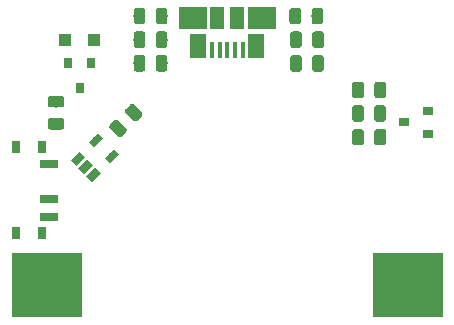
<source format=gtp>
G04 #@! TF.GenerationSoftware,KiCad,Pcbnew,5.0.2-bee76a0~70~ubuntu18.04.1*
G04 #@! TF.CreationDate,2019-03-01T14:14:17+01:00*
G04 #@! TF.ProjectId,SINE_STIMULUS_charger,53494e45-5f53-4544-994d-554c55535f63,rev?*
G04 #@! TF.SameCoordinates,Original*
G04 #@! TF.FileFunction,Paste,Top*
G04 #@! TF.FilePolarity,Positive*
%FSLAX46Y46*%
G04 Gerber Fmt 4.6, Leading zero omitted, Abs format (unit mm)*
G04 Created by KiCad (PCBNEW 5.0.2-bee76a0~70~ubuntu18.04.1) date ven. 01 mars 2019 14:14:17 CET*
%MOMM*%
%LPD*%
G01*
G04 APERTURE LIST*
%ADD10R,0.800100X0.899160*%
%ADD11R,6.000000X5.500000*%
%ADD12C,0.100000*%
%ADD13C,0.975000*%
%ADD14R,1.000000X1.000000*%
%ADD15R,0.450000X1.380000*%
%ADD16R,1.475000X2.100000*%
%ADD17R,2.375000X1.900000*%
%ADD18R,1.175000X1.900000*%
%ADD19C,0.650000*%
%ADD20R,0.900000X0.800000*%
%ADD21R,1.500000X0.700000*%
%ADD22R,0.800000X1.000000*%
G04 APERTURE END LIST*
D10*
G04 #@! TO.C,Q1*
X91550040Y-65249240D03*
X93449960Y-65249240D03*
X92500000Y-67349820D03*
G04 #@! TD*
D11*
G04 #@! TO.C,BT1*
X120300000Y-84000000D03*
X89700000Y-84000000D03*
G04 #@! TD*
D12*
G04 #@! TO.C,C1*
G36*
X97830142Y-64551174D02*
X97853803Y-64554684D01*
X97877007Y-64560496D01*
X97899529Y-64568554D01*
X97921153Y-64578782D01*
X97941670Y-64591079D01*
X97960883Y-64605329D01*
X97978607Y-64621393D01*
X97994671Y-64639117D01*
X98008921Y-64658330D01*
X98021218Y-64678847D01*
X98031446Y-64700471D01*
X98039504Y-64722993D01*
X98045316Y-64746197D01*
X98048826Y-64769858D01*
X98050000Y-64793750D01*
X98050000Y-65706250D01*
X98048826Y-65730142D01*
X98045316Y-65753803D01*
X98039504Y-65777007D01*
X98031446Y-65799529D01*
X98021218Y-65821153D01*
X98008921Y-65841670D01*
X97994671Y-65860883D01*
X97978607Y-65878607D01*
X97960883Y-65894671D01*
X97941670Y-65908921D01*
X97921153Y-65921218D01*
X97899529Y-65931446D01*
X97877007Y-65939504D01*
X97853803Y-65945316D01*
X97830142Y-65948826D01*
X97806250Y-65950000D01*
X97318750Y-65950000D01*
X97294858Y-65948826D01*
X97271197Y-65945316D01*
X97247993Y-65939504D01*
X97225471Y-65931446D01*
X97203847Y-65921218D01*
X97183330Y-65908921D01*
X97164117Y-65894671D01*
X97146393Y-65878607D01*
X97130329Y-65860883D01*
X97116079Y-65841670D01*
X97103782Y-65821153D01*
X97093554Y-65799529D01*
X97085496Y-65777007D01*
X97079684Y-65753803D01*
X97076174Y-65730142D01*
X97075000Y-65706250D01*
X97075000Y-64793750D01*
X97076174Y-64769858D01*
X97079684Y-64746197D01*
X97085496Y-64722993D01*
X97093554Y-64700471D01*
X97103782Y-64678847D01*
X97116079Y-64658330D01*
X97130329Y-64639117D01*
X97146393Y-64621393D01*
X97164117Y-64605329D01*
X97183330Y-64591079D01*
X97203847Y-64578782D01*
X97225471Y-64568554D01*
X97247993Y-64560496D01*
X97271197Y-64554684D01*
X97294858Y-64551174D01*
X97318750Y-64550000D01*
X97806250Y-64550000D01*
X97830142Y-64551174D01*
X97830142Y-64551174D01*
G37*
D13*
X97562500Y-65250000D03*
D12*
G36*
X99705142Y-64551174D02*
X99728803Y-64554684D01*
X99752007Y-64560496D01*
X99774529Y-64568554D01*
X99796153Y-64578782D01*
X99816670Y-64591079D01*
X99835883Y-64605329D01*
X99853607Y-64621393D01*
X99869671Y-64639117D01*
X99883921Y-64658330D01*
X99896218Y-64678847D01*
X99906446Y-64700471D01*
X99914504Y-64722993D01*
X99920316Y-64746197D01*
X99923826Y-64769858D01*
X99925000Y-64793750D01*
X99925000Y-65706250D01*
X99923826Y-65730142D01*
X99920316Y-65753803D01*
X99914504Y-65777007D01*
X99906446Y-65799529D01*
X99896218Y-65821153D01*
X99883921Y-65841670D01*
X99869671Y-65860883D01*
X99853607Y-65878607D01*
X99835883Y-65894671D01*
X99816670Y-65908921D01*
X99796153Y-65921218D01*
X99774529Y-65931446D01*
X99752007Y-65939504D01*
X99728803Y-65945316D01*
X99705142Y-65948826D01*
X99681250Y-65950000D01*
X99193750Y-65950000D01*
X99169858Y-65948826D01*
X99146197Y-65945316D01*
X99122993Y-65939504D01*
X99100471Y-65931446D01*
X99078847Y-65921218D01*
X99058330Y-65908921D01*
X99039117Y-65894671D01*
X99021393Y-65878607D01*
X99005329Y-65860883D01*
X98991079Y-65841670D01*
X98978782Y-65821153D01*
X98968554Y-65799529D01*
X98960496Y-65777007D01*
X98954684Y-65753803D01*
X98951174Y-65730142D01*
X98950000Y-65706250D01*
X98950000Y-64793750D01*
X98951174Y-64769858D01*
X98954684Y-64746197D01*
X98960496Y-64722993D01*
X98968554Y-64700471D01*
X98978782Y-64678847D01*
X98991079Y-64658330D01*
X99005329Y-64639117D01*
X99021393Y-64621393D01*
X99039117Y-64605329D01*
X99058330Y-64591079D01*
X99078847Y-64578782D01*
X99100471Y-64568554D01*
X99122993Y-64560496D01*
X99146197Y-64554684D01*
X99169858Y-64551174D01*
X99193750Y-64550000D01*
X99681250Y-64550000D01*
X99705142Y-64551174D01*
X99705142Y-64551174D01*
G37*
D13*
X99437500Y-65250000D03*
G04 #@! TD*
D12*
G04 #@! TO.C,C2*
G36*
X90980142Y-69888675D02*
X91003803Y-69892185D01*
X91027007Y-69897997D01*
X91049529Y-69906055D01*
X91071153Y-69916283D01*
X91091670Y-69928580D01*
X91110883Y-69942830D01*
X91128607Y-69958894D01*
X91144671Y-69976618D01*
X91158921Y-69995831D01*
X91171218Y-70016348D01*
X91181446Y-70037972D01*
X91189504Y-70060494D01*
X91195316Y-70083698D01*
X91198826Y-70107359D01*
X91200000Y-70131251D01*
X91200000Y-70618751D01*
X91198826Y-70642643D01*
X91195316Y-70666304D01*
X91189504Y-70689508D01*
X91181446Y-70712030D01*
X91171218Y-70733654D01*
X91158921Y-70754171D01*
X91144671Y-70773384D01*
X91128607Y-70791108D01*
X91110883Y-70807172D01*
X91091670Y-70821422D01*
X91071153Y-70833719D01*
X91049529Y-70843947D01*
X91027007Y-70852005D01*
X91003803Y-70857817D01*
X90980142Y-70861327D01*
X90956250Y-70862501D01*
X90043750Y-70862501D01*
X90019858Y-70861327D01*
X89996197Y-70857817D01*
X89972993Y-70852005D01*
X89950471Y-70843947D01*
X89928847Y-70833719D01*
X89908330Y-70821422D01*
X89889117Y-70807172D01*
X89871393Y-70791108D01*
X89855329Y-70773384D01*
X89841079Y-70754171D01*
X89828782Y-70733654D01*
X89818554Y-70712030D01*
X89810496Y-70689508D01*
X89804684Y-70666304D01*
X89801174Y-70642643D01*
X89800000Y-70618751D01*
X89800000Y-70131251D01*
X89801174Y-70107359D01*
X89804684Y-70083698D01*
X89810496Y-70060494D01*
X89818554Y-70037972D01*
X89828782Y-70016348D01*
X89841079Y-69995831D01*
X89855329Y-69976618D01*
X89871393Y-69958894D01*
X89889117Y-69942830D01*
X89908330Y-69928580D01*
X89928847Y-69916283D01*
X89950471Y-69906055D01*
X89972993Y-69897997D01*
X89996197Y-69892185D01*
X90019858Y-69888675D01*
X90043750Y-69887501D01*
X90956250Y-69887501D01*
X90980142Y-69888675D01*
X90980142Y-69888675D01*
G37*
D13*
X90500000Y-70375001D03*
D12*
G36*
X90980142Y-68013675D02*
X91003803Y-68017185D01*
X91027007Y-68022997D01*
X91049529Y-68031055D01*
X91071153Y-68041283D01*
X91091670Y-68053580D01*
X91110883Y-68067830D01*
X91128607Y-68083894D01*
X91144671Y-68101618D01*
X91158921Y-68120831D01*
X91171218Y-68141348D01*
X91181446Y-68162972D01*
X91189504Y-68185494D01*
X91195316Y-68208698D01*
X91198826Y-68232359D01*
X91200000Y-68256251D01*
X91200000Y-68743751D01*
X91198826Y-68767643D01*
X91195316Y-68791304D01*
X91189504Y-68814508D01*
X91181446Y-68837030D01*
X91171218Y-68858654D01*
X91158921Y-68879171D01*
X91144671Y-68898384D01*
X91128607Y-68916108D01*
X91110883Y-68932172D01*
X91091670Y-68946422D01*
X91071153Y-68958719D01*
X91049529Y-68968947D01*
X91027007Y-68977005D01*
X91003803Y-68982817D01*
X90980142Y-68986327D01*
X90956250Y-68987501D01*
X90043750Y-68987501D01*
X90019858Y-68986327D01*
X89996197Y-68982817D01*
X89972993Y-68977005D01*
X89950471Y-68968947D01*
X89928847Y-68958719D01*
X89908330Y-68946422D01*
X89889117Y-68932172D01*
X89871393Y-68916108D01*
X89855329Y-68898384D01*
X89841079Y-68879171D01*
X89828782Y-68858654D01*
X89818554Y-68837030D01*
X89810496Y-68814508D01*
X89804684Y-68791304D01*
X89801174Y-68767643D01*
X89800000Y-68743751D01*
X89800000Y-68256251D01*
X89801174Y-68232359D01*
X89804684Y-68208698D01*
X89810496Y-68185494D01*
X89818554Y-68162972D01*
X89828782Y-68141348D01*
X89841079Y-68120831D01*
X89855329Y-68101618D01*
X89871393Y-68083894D01*
X89889117Y-68067830D01*
X89908330Y-68053580D01*
X89928847Y-68041283D01*
X89950471Y-68031055D01*
X89972993Y-68022997D01*
X89996197Y-68017185D01*
X90019858Y-68013675D01*
X90043750Y-68012501D01*
X90956250Y-68012501D01*
X90980142Y-68013675D01*
X90980142Y-68013675D01*
G37*
D13*
X90500000Y-68500001D03*
G04 #@! TD*
D12*
G04 #@! TO.C,C3*
G36*
X118205142Y-70801174D02*
X118228803Y-70804684D01*
X118252007Y-70810496D01*
X118274529Y-70818554D01*
X118296153Y-70828782D01*
X118316670Y-70841079D01*
X118335883Y-70855329D01*
X118353607Y-70871393D01*
X118369671Y-70889117D01*
X118383921Y-70908330D01*
X118396218Y-70928847D01*
X118406446Y-70950471D01*
X118414504Y-70972993D01*
X118420316Y-70996197D01*
X118423826Y-71019858D01*
X118425000Y-71043750D01*
X118425000Y-71956250D01*
X118423826Y-71980142D01*
X118420316Y-72003803D01*
X118414504Y-72027007D01*
X118406446Y-72049529D01*
X118396218Y-72071153D01*
X118383921Y-72091670D01*
X118369671Y-72110883D01*
X118353607Y-72128607D01*
X118335883Y-72144671D01*
X118316670Y-72158921D01*
X118296153Y-72171218D01*
X118274529Y-72181446D01*
X118252007Y-72189504D01*
X118228803Y-72195316D01*
X118205142Y-72198826D01*
X118181250Y-72200000D01*
X117693750Y-72200000D01*
X117669858Y-72198826D01*
X117646197Y-72195316D01*
X117622993Y-72189504D01*
X117600471Y-72181446D01*
X117578847Y-72171218D01*
X117558330Y-72158921D01*
X117539117Y-72144671D01*
X117521393Y-72128607D01*
X117505329Y-72110883D01*
X117491079Y-72091670D01*
X117478782Y-72071153D01*
X117468554Y-72049529D01*
X117460496Y-72027007D01*
X117454684Y-72003803D01*
X117451174Y-71980142D01*
X117450000Y-71956250D01*
X117450000Y-71043750D01*
X117451174Y-71019858D01*
X117454684Y-70996197D01*
X117460496Y-70972993D01*
X117468554Y-70950471D01*
X117478782Y-70928847D01*
X117491079Y-70908330D01*
X117505329Y-70889117D01*
X117521393Y-70871393D01*
X117539117Y-70855329D01*
X117558330Y-70841079D01*
X117578847Y-70828782D01*
X117600471Y-70818554D01*
X117622993Y-70810496D01*
X117646197Y-70804684D01*
X117669858Y-70801174D01*
X117693750Y-70800000D01*
X118181250Y-70800000D01*
X118205142Y-70801174D01*
X118205142Y-70801174D01*
G37*
D13*
X117937500Y-71500000D03*
D12*
G36*
X116330142Y-70801174D02*
X116353803Y-70804684D01*
X116377007Y-70810496D01*
X116399529Y-70818554D01*
X116421153Y-70828782D01*
X116441670Y-70841079D01*
X116460883Y-70855329D01*
X116478607Y-70871393D01*
X116494671Y-70889117D01*
X116508921Y-70908330D01*
X116521218Y-70928847D01*
X116531446Y-70950471D01*
X116539504Y-70972993D01*
X116545316Y-70996197D01*
X116548826Y-71019858D01*
X116550000Y-71043750D01*
X116550000Y-71956250D01*
X116548826Y-71980142D01*
X116545316Y-72003803D01*
X116539504Y-72027007D01*
X116531446Y-72049529D01*
X116521218Y-72071153D01*
X116508921Y-72091670D01*
X116494671Y-72110883D01*
X116478607Y-72128607D01*
X116460883Y-72144671D01*
X116441670Y-72158921D01*
X116421153Y-72171218D01*
X116399529Y-72181446D01*
X116377007Y-72189504D01*
X116353803Y-72195316D01*
X116330142Y-72198826D01*
X116306250Y-72200000D01*
X115818750Y-72200000D01*
X115794858Y-72198826D01*
X115771197Y-72195316D01*
X115747993Y-72189504D01*
X115725471Y-72181446D01*
X115703847Y-72171218D01*
X115683330Y-72158921D01*
X115664117Y-72144671D01*
X115646393Y-72128607D01*
X115630329Y-72110883D01*
X115616079Y-72091670D01*
X115603782Y-72071153D01*
X115593554Y-72049529D01*
X115585496Y-72027007D01*
X115579684Y-72003803D01*
X115576174Y-71980142D01*
X115575000Y-71956250D01*
X115575000Y-71043750D01*
X115576174Y-71019858D01*
X115579684Y-70996197D01*
X115585496Y-70972993D01*
X115593554Y-70950471D01*
X115603782Y-70928847D01*
X115616079Y-70908330D01*
X115630329Y-70889117D01*
X115646393Y-70871393D01*
X115664117Y-70855329D01*
X115683330Y-70841079D01*
X115703847Y-70828782D01*
X115725471Y-70818554D01*
X115747993Y-70810496D01*
X115771197Y-70804684D01*
X115794858Y-70801174D01*
X115818750Y-70800000D01*
X116306250Y-70800000D01*
X116330142Y-70801174D01*
X116330142Y-70801174D01*
G37*
D13*
X116062500Y-71500000D03*
G04 #@! TD*
D12*
G04 #@! TO.C,C4*
G36*
X116330142Y-66801174D02*
X116353803Y-66804684D01*
X116377007Y-66810496D01*
X116399529Y-66818554D01*
X116421153Y-66828782D01*
X116441670Y-66841079D01*
X116460883Y-66855329D01*
X116478607Y-66871393D01*
X116494671Y-66889117D01*
X116508921Y-66908330D01*
X116521218Y-66928847D01*
X116531446Y-66950471D01*
X116539504Y-66972993D01*
X116545316Y-66996197D01*
X116548826Y-67019858D01*
X116550000Y-67043750D01*
X116550000Y-67956250D01*
X116548826Y-67980142D01*
X116545316Y-68003803D01*
X116539504Y-68027007D01*
X116531446Y-68049529D01*
X116521218Y-68071153D01*
X116508921Y-68091670D01*
X116494671Y-68110883D01*
X116478607Y-68128607D01*
X116460883Y-68144671D01*
X116441670Y-68158921D01*
X116421153Y-68171218D01*
X116399529Y-68181446D01*
X116377007Y-68189504D01*
X116353803Y-68195316D01*
X116330142Y-68198826D01*
X116306250Y-68200000D01*
X115818750Y-68200000D01*
X115794858Y-68198826D01*
X115771197Y-68195316D01*
X115747993Y-68189504D01*
X115725471Y-68181446D01*
X115703847Y-68171218D01*
X115683330Y-68158921D01*
X115664117Y-68144671D01*
X115646393Y-68128607D01*
X115630329Y-68110883D01*
X115616079Y-68091670D01*
X115603782Y-68071153D01*
X115593554Y-68049529D01*
X115585496Y-68027007D01*
X115579684Y-68003803D01*
X115576174Y-67980142D01*
X115575000Y-67956250D01*
X115575000Y-67043750D01*
X115576174Y-67019858D01*
X115579684Y-66996197D01*
X115585496Y-66972993D01*
X115593554Y-66950471D01*
X115603782Y-66928847D01*
X115616079Y-66908330D01*
X115630329Y-66889117D01*
X115646393Y-66871393D01*
X115664117Y-66855329D01*
X115683330Y-66841079D01*
X115703847Y-66828782D01*
X115725471Y-66818554D01*
X115747993Y-66810496D01*
X115771197Y-66804684D01*
X115794858Y-66801174D01*
X115818750Y-66800000D01*
X116306250Y-66800000D01*
X116330142Y-66801174D01*
X116330142Y-66801174D01*
G37*
D13*
X116062500Y-67500000D03*
D12*
G36*
X118205142Y-66801174D02*
X118228803Y-66804684D01*
X118252007Y-66810496D01*
X118274529Y-66818554D01*
X118296153Y-66828782D01*
X118316670Y-66841079D01*
X118335883Y-66855329D01*
X118353607Y-66871393D01*
X118369671Y-66889117D01*
X118383921Y-66908330D01*
X118396218Y-66928847D01*
X118406446Y-66950471D01*
X118414504Y-66972993D01*
X118420316Y-66996197D01*
X118423826Y-67019858D01*
X118425000Y-67043750D01*
X118425000Y-67956250D01*
X118423826Y-67980142D01*
X118420316Y-68003803D01*
X118414504Y-68027007D01*
X118406446Y-68049529D01*
X118396218Y-68071153D01*
X118383921Y-68091670D01*
X118369671Y-68110883D01*
X118353607Y-68128607D01*
X118335883Y-68144671D01*
X118316670Y-68158921D01*
X118296153Y-68171218D01*
X118274529Y-68181446D01*
X118252007Y-68189504D01*
X118228803Y-68195316D01*
X118205142Y-68198826D01*
X118181250Y-68200000D01*
X117693750Y-68200000D01*
X117669858Y-68198826D01*
X117646197Y-68195316D01*
X117622993Y-68189504D01*
X117600471Y-68181446D01*
X117578847Y-68171218D01*
X117558330Y-68158921D01*
X117539117Y-68144671D01*
X117521393Y-68128607D01*
X117505329Y-68110883D01*
X117491079Y-68091670D01*
X117478782Y-68071153D01*
X117468554Y-68049529D01*
X117460496Y-68027007D01*
X117454684Y-68003803D01*
X117451174Y-67980142D01*
X117450000Y-67956250D01*
X117450000Y-67043750D01*
X117451174Y-67019858D01*
X117454684Y-66996197D01*
X117460496Y-66972993D01*
X117468554Y-66950471D01*
X117478782Y-66928847D01*
X117491079Y-66908330D01*
X117505329Y-66889117D01*
X117521393Y-66871393D01*
X117539117Y-66855329D01*
X117558330Y-66841079D01*
X117578847Y-66828782D01*
X117600471Y-66818554D01*
X117622993Y-66810496D01*
X117646197Y-66804684D01*
X117669858Y-66801174D01*
X117693750Y-66800000D01*
X118181250Y-66800000D01*
X118205142Y-66801174D01*
X118205142Y-66801174D01*
G37*
D13*
X117937500Y-67500000D03*
G04 #@! TD*
D14*
G04 #@! TO.C,D1*
X91250000Y-63250000D03*
X93750000Y-63250000D03*
G04 #@! TD*
D15*
G04 #@! TO.C,J1*
X106300000Y-64110000D03*
X105650000Y-64110000D03*
X105000000Y-64110000D03*
X104350000Y-64110000D03*
X103700000Y-64110000D03*
D16*
X107462500Y-63750000D03*
X102537500Y-63750000D03*
D17*
X107910000Y-61450000D03*
X102090000Y-61450000D03*
D18*
X105840000Y-61450000D03*
X104160000Y-61450000D03*
G04 #@! TD*
D12*
G04 #@! TO.C,R1*
G36*
X95623632Y-70012449D02*
X95647293Y-70015959D01*
X95670497Y-70021771D01*
X95693019Y-70029829D01*
X95714643Y-70040057D01*
X95735160Y-70052354D01*
X95754373Y-70066604D01*
X95772097Y-70082668D01*
X96417332Y-70727903D01*
X96433396Y-70745627D01*
X96447646Y-70764840D01*
X96459943Y-70785357D01*
X96470171Y-70806981D01*
X96478229Y-70829503D01*
X96484041Y-70852707D01*
X96487551Y-70876368D01*
X96488725Y-70900260D01*
X96487551Y-70924152D01*
X96484041Y-70947813D01*
X96478229Y-70971017D01*
X96470171Y-70993539D01*
X96459943Y-71015163D01*
X96447646Y-71035680D01*
X96433396Y-71054893D01*
X96417332Y-71072617D01*
X96072617Y-71417332D01*
X96054893Y-71433396D01*
X96035680Y-71447646D01*
X96015163Y-71459943D01*
X95993539Y-71470171D01*
X95971017Y-71478229D01*
X95947813Y-71484041D01*
X95924152Y-71487551D01*
X95900260Y-71488725D01*
X95876368Y-71487551D01*
X95852707Y-71484041D01*
X95829503Y-71478229D01*
X95806981Y-71470171D01*
X95785357Y-71459943D01*
X95764840Y-71447646D01*
X95745627Y-71433396D01*
X95727903Y-71417332D01*
X95082668Y-70772097D01*
X95066604Y-70754373D01*
X95052354Y-70735160D01*
X95040057Y-70714643D01*
X95029829Y-70693019D01*
X95021771Y-70670497D01*
X95015959Y-70647293D01*
X95012449Y-70623632D01*
X95011275Y-70599740D01*
X95012449Y-70575848D01*
X95015959Y-70552187D01*
X95021771Y-70528983D01*
X95029829Y-70506461D01*
X95040057Y-70484837D01*
X95052354Y-70464320D01*
X95066604Y-70445107D01*
X95082668Y-70427383D01*
X95427383Y-70082668D01*
X95445107Y-70066604D01*
X95464320Y-70052354D01*
X95484837Y-70040057D01*
X95506461Y-70029829D01*
X95528983Y-70021771D01*
X95552187Y-70015959D01*
X95575848Y-70012449D01*
X95599740Y-70011275D01*
X95623632Y-70012449D01*
X95623632Y-70012449D01*
G37*
D13*
X95750000Y-70750000D03*
D12*
G36*
X96949458Y-68686623D02*
X96973119Y-68690133D01*
X96996323Y-68695945D01*
X97018845Y-68704003D01*
X97040469Y-68714231D01*
X97060986Y-68726528D01*
X97080199Y-68740778D01*
X97097923Y-68756842D01*
X97743158Y-69402077D01*
X97759222Y-69419801D01*
X97773472Y-69439014D01*
X97785769Y-69459531D01*
X97795997Y-69481155D01*
X97804055Y-69503677D01*
X97809867Y-69526881D01*
X97813377Y-69550542D01*
X97814551Y-69574434D01*
X97813377Y-69598326D01*
X97809867Y-69621987D01*
X97804055Y-69645191D01*
X97795997Y-69667713D01*
X97785769Y-69689337D01*
X97773472Y-69709854D01*
X97759222Y-69729067D01*
X97743158Y-69746791D01*
X97398443Y-70091506D01*
X97380719Y-70107570D01*
X97361506Y-70121820D01*
X97340989Y-70134117D01*
X97319365Y-70144345D01*
X97296843Y-70152403D01*
X97273639Y-70158215D01*
X97249978Y-70161725D01*
X97226086Y-70162899D01*
X97202194Y-70161725D01*
X97178533Y-70158215D01*
X97155329Y-70152403D01*
X97132807Y-70144345D01*
X97111183Y-70134117D01*
X97090666Y-70121820D01*
X97071453Y-70107570D01*
X97053729Y-70091506D01*
X96408494Y-69446271D01*
X96392430Y-69428547D01*
X96378180Y-69409334D01*
X96365883Y-69388817D01*
X96355655Y-69367193D01*
X96347597Y-69344671D01*
X96341785Y-69321467D01*
X96338275Y-69297806D01*
X96337101Y-69273914D01*
X96338275Y-69250022D01*
X96341785Y-69226361D01*
X96347597Y-69203157D01*
X96355655Y-69180635D01*
X96365883Y-69159011D01*
X96378180Y-69138494D01*
X96392430Y-69119281D01*
X96408494Y-69101557D01*
X96753209Y-68756842D01*
X96770933Y-68740778D01*
X96790146Y-68726528D01*
X96810663Y-68714231D01*
X96832287Y-68704003D01*
X96854809Y-68695945D01*
X96878013Y-68690133D01*
X96901674Y-68686623D01*
X96925566Y-68685449D01*
X96949458Y-68686623D01*
X96949458Y-68686623D01*
G37*
D13*
X97075826Y-69424174D03*
G04 #@! TD*
D12*
G04 #@! TO.C,R2*
G36*
X111080142Y-64551174D02*
X111103803Y-64554684D01*
X111127007Y-64560496D01*
X111149529Y-64568554D01*
X111171153Y-64578782D01*
X111191670Y-64591079D01*
X111210883Y-64605329D01*
X111228607Y-64621393D01*
X111244671Y-64639117D01*
X111258921Y-64658330D01*
X111271218Y-64678847D01*
X111281446Y-64700471D01*
X111289504Y-64722993D01*
X111295316Y-64746197D01*
X111298826Y-64769858D01*
X111300000Y-64793750D01*
X111300000Y-65706250D01*
X111298826Y-65730142D01*
X111295316Y-65753803D01*
X111289504Y-65777007D01*
X111281446Y-65799529D01*
X111271218Y-65821153D01*
X111258921Y-65841670D01*
X111244671Y-65860883D01*
X111228607Y-65878607D01*
X111210883Y-65894671D01*
X111191670Y-65908921D01*
X111171153Y-65921218D01*
X111149529Y-65931446D01*
X111127007Y-65939504D01*
X111103803Y-65945316D01*
X111080142Y-65948826D01*
X111056250Y-65950000D01*
X110568750Y-65950000D01*
X110544858Y-65948826D01*
X110521197Y-65945316D01*
X110497993Y-65939504D01*
X110475471Y-65931446D01*
X110453847Y-65921218D01*
X110433330Y-65908921D01*
X110414117Y-65894671D01*
X110396393Y-65878607D01*
X110380329Y-65860883D01*
X110366079Y-65841670D01*
X110353782Y-65821153D01*
X110343554Y-65799529D01*
X110335496Y-65777007D01*
X110329684Y-65753803D01*
X110326174Y-65730142D01*
X110325000Y-65706250D01*
X110325000Y-64793750D01*
X110326174Y-64769858D01*
X110329684Y-64746197D01*
X110335496Y-64722993D01*
X110343554Y-64700471D01*
X110353782Y-64678847D01*
X110366079Y-64658330D01*
X110380329Y-64639117D01*
X110396393Y-64621393D01*
X110414117Y-64605329D01*
X110433330Y-64591079D01*
X110453847Y-64578782D01*
X110475471Y-64568554D01*
X110497993Y-64560496D01*
X110521197Y-64554684D01*
X110544858Y-64551174D01*
X110568750Y-64550000D01*
X111056250Y-64550000D01*
X111080142Y-64551174D01*
X111080142Y-64551174D01*
G37*
D13*
X110812500Y-65250000D03*
D12*
G36*
X112955142Y-64551174D02*
X112978803Y-64554684D01*
X113002007Y-64560496D01*
X113024529Y-64568554D01*
X113046153Y-64578782D01*
X113066670Y-64591079D01*
X113085883Y-64605329D01*
X113103607Y-64621393D01*
X113119671Y-64639117D01*
X113133921Y-64658330D01*
X113146218Y-64678847D01*
X113156446Y-64700471D01*
X113164504Y-64722993D01*
X113170316Y-64746197D01*
X113173826Y-64769858D01*
X113175000Y-64793750D01*
X113175000Y-65706250D01*
X113173826Y-65730142D01*
X113170316Y-65753803D01*
X113164504Y-65777007D01*
X113156446Y-65799529D01*
X113146218Y-65821153D01*
X113133921Y-65841670D01*
X113119671Y-65860883D01*
X113103607Y-65878607D01*
X113085883Y-65894671D01*
X113066670Y-65908921D01*
X113046153Y-65921218D01*
X113024529Y-65931446D01*
X113002007Y-65939504D01*
X112978803Y-65945316D01*
X112955142Y-65948826D01*
X112931250Y-65950000D01*
X112443750Y-65950000D01*
X112419858Y-65948826D01*
X112396197Y-65945316D01*
X112372993Y-65939504D01*
X112350471Y-65931446D01*
X112328847Y-65921218D01*
X112308330Y-65908921D01*
X112289117Y-65894671D01*
X112271393Y-65878607D01*
X112255329Y-65860883D01*
X112241079Y-65841670D01*
X112228782Y-65821153D01*
X112218554Y-65799529D01*
X112210496Y-65777007D01*
X112204684Y-65753803D01*
X112201174Y-65730142D01*
X112200000Y-65706250D01*
X112200000Y-64793750D01*
X112201174Y-64769858D01*
X112204684Y-64746197D01*
X112210496Y-64722993D01*
X112218554Y-64700471D01*
X112228782Y-64678847D01*
X112241079Y-64658330D01*
X112255329Y-64639117D01*
X112271393Y-64621393D01*
X112289117Y-64605329D01*
X112308330Y-64591079D01*
X112328847Y-64578782D01*
X112350471Y-64568554D01*
X112372993Y-64560496D01*
X112396197Y-64554684D01*
X112419858Y-64551174D01*
X112443750Y-64550000D01*
X112931250Y-64550000D01*
X112955142Y-64551174D01*
X112955142Y-64551174D01*
G37*
D13*
X112687500Y-65250000D03*
G04 #@! TD*
D12*
G04 #@! TO.C,R3*
G36*
X116330142Y-68801174D02*
X116353803Y-68804684D01*
X116377007Y-68810496D01*
X116399529Y-68818554D01*
X116421153Y-68828782D01*
X116441670Y-68841079D01*
X116460883Y-68855329D01*
X116478607Y-68871393D01*
X116494671Y-68889117D01*
X116508921Y-68908330D01*
X116521218Y-68928847D01*
X116531446Y-68950471D01*
X116539504Y-68972993D01*
X116545316Y-68996197D01*
X116548826Y-69019858D01*
X116550000Y-69043750D01*
X116550000Y-69956250D01*
X116548826Y-69980142D01*
X116545316Y-70003803D01*
X116539504Y-70027007D01*
X116531446Y-70049529D01*
X116521218Y-70071153D01*
X116508921Y-70091670D01*
X116494671Y-70110883D01*
X116478607Y-70128607D01*
X116460883Y-70144671D01*
X116441670Y-70158921D01*
X116421153Y-70171218D01*
X116399529Y-70181446D01*
X116377007Y-70189504D01*
X116353803Y-70195316D01*
X116330142Y-70198826D01*
X116306250Y-70200000D01*
X115818750Y-70200000D01*
X115794858Y-70198826D01*
X115771197Y-70195316D01*
X115747993Y-70189504D01*
X115725471Y-70181446D01*
X115703847Y-70171218D01*
X115683330Y-70158921D01*
X115664117Y-70144671D01*
X115646393Y-70128607D01*
X115630329Y-70110883D01*
X115616079Y-70091670D01*
X115603782Y-70071153D01*
X115593554Y-70049529D01*
X115585496Y-70027007D01*
X115579684Y-70003803D01*
X115576174Y-69980142D01*
X115575000Y-69956250D01*
X115575000Y-69043750D01*
X115576174Y-69019858D01*
X115579684Y-68996197D01*
X115585496Y-68972993D01*
X115593554Y-68950471D01*
X115603782Y-68928847D01*
X115616079Y-68908330D01*
X115630329Y-68889117D01*
X115646393Y-68871393D01*
X115664117Y-68855329D01*
X115683330Y-68841079D01*
X115703847Y-68828782D01*
X115725471Y-68818554D01*
X115747993Y-68810496D01*
X115771197Y-68804684D01*
X115794858Y-68801174D01*
X115818750Y-68800000D01*
X116306250Y-68800000D01*
X116330142Y-68801174D01*
X116330142Y-68801174D01*
G37*
D13*
X116062500Y-69500000D03*
D12*
G36*
X118205142Y-68801174D02*
X118228803Y-68804684D01*
X118252007Y-68810496D01*
X118274529Y-68818554D01*
X118296153Y-68828782D01*
X118316670Y-68841079D01*
X118335883Y-68855329D01*
X118353607Y-68871393D01*
X118369671Y-68889117D01*
X118383921Y-68908330D01*
X118396218Y-68928847D01*
X118406446Y-68950471D01*
X118414504Y-68972993D01*
X118420316Y-68996197D01*
X118423826Y-69019858D01*
X118425000Y-69043750D01*
X118425000Y-69956250D01*
X118423826Y-69980142D01*
X118420316Y-70003803D01*
X118414504Y-70027007D01*
X118406446Y-70049529D01*
X118396218Y-70071153D01*
X118383921Y-70091670D01*
X118369671Y-70110883D01*
X118353607Y-70128607D01*
X118335883Y-70144671D01*
X118316670Y-70158921D01*
X118296153Y-70171218D01*
X118274529Y-70181446D01*
X118252007Y-70189504D01*
X118228803Y-70195316D01*
X118205142Y-70198826D01*
X118181250Y-70200000D01*
X117693750Y-70200000D01*
X117669858Y-70198826D01*
X117646197Y-70195316D01*
X117622993Y-70189504D01*
X117600471Y-70181446D01*
X117578847Y-70171218D01*
X117558330Y-70158921D01*
X117539117Y-70144671D01*
X117521393Y-70128607D01*
X117505329Y-70110883D01*
X117491079Y-70091670D01*
X117478782Y-70071153D01*
X117468554Y-70049529D01*
X117460496Y-70027007D01*
X117454684Y-70003803D01*
X117451174Y-69980142D01*
X117450000Y-69956250D01*
X117450000Y-69043750D01*
X117451174Y-69019858D01*
X117454684Y-68996197D01*
X117460496Y-68972993D01*
X117468554Y-68950471D01*
X117478782Y-68928847D01*
X117491079Y-68908330D01*
X117505329Y-68889117D01*
X117521393Y-68871393D01*
X117539117Y-68855329D01*
X117558330Y-68841079D01*
X117578847Y-68828782D01*
X117600471Y-68818554D01*
X117622993Y-68810496D01*
X117646197Y-68804684D01*
X117669858Y-68801174D01*
X117693750Y-68800000D01*
X118181250Y-68800000D01*
X118205142Y-68801174D01*
X118205142Y-68801174D01*
G37*
D13*
X117937500Y-69500000D03*
G04 #@! TD*
D19*
G04 #@! TO.C,U1*
X92328248Y-73328249D03*
D12*
G36*
X92183291Y-73932825D02*
X91723672Y-73473206D01*
X92473205Y-72723673D01*
X92932824Y-73183292D01*
X92183291Y-73932825D01*
X92183291Y-73932825D01*
G37*
D19*
X93000000Y-74000000D03*
D12*
G36*
X92855043Y-74604576D02*
X92395424Y-74144957D01*
X93144957Y-73395424D01*
X93604576Y-73855043D01*
X92855043Y-74604576D01*
X92855043Y-74604576D01*
G37*
D19*
X93671751Y-74671752D03*
D12*
G36*
X93526794Y-75276328D02*
X93067175Y-74816709D01*
X93816708Y-74067176D01*
X94276327Y-74526795D01*
X93526794Y-75276328D01*
X93526794Y-75276328D01*
G37*
D19*
X95227386Y-73116117D03*
D12*
G36*
X95082429Y-73720693D02*
X94622810Y-73261074D01*
X95372343Y-72511541D01*
X95831962Y-72971160D01*
X95082429Y-73720693D01*
X95082429Y-73720693D01*
G37*
D19*
X93883883Y-71772614D03*
D12*
G36*
X93738926Y-72377190D02*
X93279307Y-71917571D01*
X94028840Y-71168038D01*
X94488459Y-71627657D01*
X93738926Y-72377190D01*
X93738926Y-72377190D01*
G37*
G04 #@! TD*
D20*
G04 #@! TO.C,U2*
X122000000Y-71200000D03*
X122000000Y-69300000D03*
X120000000Y-70250000D03*
G04 #@! TD*
D12*
G04 #@! TO.C,D2*
G36*
X111017643Y-60551174D02*
X111041304Y-60554684D01*
X111064508Y-60560496D01*
X111087030Y-60568554D01*
X111108654Y-60578782D01*
X111129171Y-60591079D01*
X111148384Y-60605329D01*
X111166108Y-60621393D01*
X111182172Y-60639117D01*
X111196422Y-60658330D01*
X111208719Y-60678847D01*
X111218947Y-60700471D01*
X111227005Y-60722993D01*
X111232817Y-60746197D01*
X111236327Y-60769858D01*
X111237501Y-60793750D01*
X111237501Y-61706250D01*
X111236327Y-61730142D01*
X111232817Y-61753803D01*
X111227005Y-61777007D01*
X111218947Y-61799529D01*
X111208719Y-61821153D01*
X111196422Y-61841670D01*
X111182172Y-61860883D01*
X111166108Y-61878607D01*
X111148384Y-61894671D01*
X111129171Y-61908921D01*
X111108654Y-61921218D01*
X111087030Y-61931446D01*
X111064508Y-61939504D01*
X111041304Y-61945316D01*
X111017643Y-61948826D01*
X110993751Y-61950000D01*
X110506251Y-61950000D01*
X110482359Y-61948826D01*
X110458698Y-61945316D01*
X110435494Y-61939504D01*
X110412972Y-61931446D01*
X110391348Y-61921218D01*
X110370831Y-61908921D01*
X110351618Y-61894671D01*
X110333894Y-61878607D01*
X110317830Y-61860883D01*
X110303580Y-61841670D01*
X110291283Y-61821153D01*
X110281055Y-61799529D01*
X110272997Y-61777007D01*
X110267185Y-61753803D01*
X110263675Y-61730142D01*
X110262501Y-61706250D01*
X110262501Y-60793750D01*
X110263675Y-60769858D01*
X110267185Y-60746197D01*
X110272997Y-60722993D01*
X110281055Y-60700471D01*
X110291283Y-60678847D01*
X110303580Y-60658330D01*
X110317830Y-60639117D01*
X110333894Y-60621393D01*
X110351618Y-60605329D01*
X110370831Y-60591079D01*
X110391348Y-60578782D01*
X110412972Y-60568554D01*
X110435494Y-60560496D01*
X110458698Y-60554684D01*
X110482359Y-60551174D01*
X110506251Y-60550000D01*
X110993751Y-60550000D01*
X111017643Y-60551174D01*
X111017643Y-60551174D01*
G37*
D13*
X110750001Y-61250000D03*
D12*
G36*
X112892643Y-60551174D02*
X112916304Y-60554684D01*
X112939508Y-60560496D01*
X112962030Y-60568554D01*
X112983654Y-60578782D01*
X113004171Y-60591079D01*
X113023384Y-60605329D01*
X113041108Y-60621393D01*
X113057172Y-60639117D01*
X113071422Y-60658330D01*
X113083719Y-60678847D01*
X113093947Y-60700471D01*
X113102005Y-60722993D01*
X113107817Y-60746197D01*
X113111327Y-60769858D01*
X113112501Y-60793750D01*
X113112501Y-61706250D01*
X113111327Y-61730142D01*
X113107817Y-61753803D01*
X113102005Y-61777007D01*
X113093947Y-61799529D01*
X113083719Y-61821153D01*
X113071422Y-61841670D01*
X113057172Y-61860883D01*
X113041108Y-61878607D01*
X113023384Y-61894671D01*
X113004171Y-61908921D01*
X112983654Y-61921218D01*
X112962030Y-61931446D01*
X112939508Y-61939504D01*
X112916304Y-61945316D01*
X112892643Y-61948826D01*
X112868751Y-61950000D01*
X112381251Y-61950000D01*
X112357359Y-61948826D01*
X112333698Y-61945316D01*
X112310494Y-61939504D01*
X112287972Y-61931446D01*
X112266348Y-61921218D01*
X112245831Y-61908921D01*
X112226618Y-61894671D01*
X112208894Y-61878607D01*
X112192830Y-61860883D01*
X112178580Y-61841670D01*
X112166283Y-61821153D01*
X112156055Y-61799529D01*
X112147997Y-61777007D01*
X112142185Y-61753803D01*
X112138675Y-61730142D01*
X112137501Y-61706250D01*
X112137501Y-60793750D01*
X112138675Y-60769858D01*
X112142185Y-60746197D01*
X112147997Y-60722993D01*
X112156055Y-60700471D01*
X112166283Y-60678847D01*
X112178580Y-60658330D01*
X112192830Y-60639117D01*
X112208894Y-60621393D01*
X112226618Y-60605329D01*
X112245831Y-60591079D01*
X112266348Y-60578782D01*
X112287972Y-60568554D01*
X112310494Y-60560496D01*
X112333698Y-60554684D01*
X112357359Y-60551174D01*
X112381251Y-60550000D01*
X112868751Y-60550000D01*
X112892643Y-60551174D01*
X112892643Y-60551174D01*
G37*
D13*
X112625001Y-61250000D03*
G04 #@! TD*
D12*
G04 #@! TO.C,D3*
G36*
X97830142Y-60551174D02*
X97853803Y-60554684D01*
X97877007Y-60560496D01*
X97899529Y-60568554D01*
X97921153Y-60578782D01*
X97941670Y-60591079D01*
X97960883Y-60605329D01*
X97978607Y-60621393D01*
X97994671Y-60639117D01*
X98008921Y-60658330D01*
X98021218Y-60678847D01*
X98031446Y-60700471D01*
X98039504Y-60722993D01*
X98045316Y-60746197D01*
X98048826Y-60769858D01*
X98050000Y-60793750D01*
X98050000Y-61706250D01*
X98048826Y-61730142D01*
X98045316Y-61753803D01*
X98039504Y-61777007D01*
X98031446Y-61799529D01*
X98021218Y-61821153D01*
X98008921Y-61841670D01*
X97994671Y-61860883D01*
X97978607Y-61878607D01*
X97960883Y-61894671D01*
X97941670Y-61908921D01*
X97921153Y-61921218D01*
X97899529Y-61931446D01*
X97877007Y-61939504D01*
X97853803Y-61945316D01*
X97830142Y-61948826D01*
X97806250Y-61950000D01*
X97318750Y-61950000D01*
X97294858Y-61948826D01*
X97271197Y-61945316D01*
X97247993Y-61939504D01*
X97225471Y-61931446D01*
X97203847Y-61921218D01*
X97183330Y-61908921D01*
X97164117Y-61894671D01*
X97146393Y-61878607D01*
X97130329Y-61860883D01*
X97116079Y-61841670D01*
X97103782Y-61821153D01*
X97093554Y-61799529D01*
X97085496Y-61777007D01*
X97079684Y-61753803D01*
X97076174Y-61730142D01*
X97075000Y-61706250D01*
X97075000Y-60793750D01*
X97076174Y-60769858D01*
X97079684Y-60746197D01*
X97085496Y-60722993D01*
X97093554Y-60700471D01*
X97103782Y-60678847D01*
X97116079Y-60658330D01*
X97130329Y-60639117D01*
X97146393Y-60621393D01*
X97164117Y-60605329D01*
X97183330Y-60591079D01*
X97203847Y-60578782D01*
X97225471Y-60568554D01*
X97247993Y-60560496D01*
X97271197Y-60554684D01*
X97294858Y-60551174D01*
X97318750Y-60550000D01*
X97806250Y-60550000D01*
X97830142Y-60551174D01*
X97830142Y-60551174D01*
G37*
D13*
X97562500Y-61250000D03*
D12*
G36*
X99705142Y-60551174D02*
X99728803Y-60554684D01*
X99752007Y-60560496D01*
X99774529Y-60568554D01*
X99796153Y-60578782D01*
X99816670Y-60591079D01*
X99835883Y-60605329D01*
X99853607Y-60621393D01*
X99869671Y-60639117D01*
X99883921Y-60658330D01*
X99896218Y-60678847D01*
X99906446Y-60700471D01*
X99914504Y-60722993D01*
X99920316Y-60746197D01*
X99923826Y-60769858D01*
X99925000Y-60793750D01*
X99925000Y-61706250D01*
X99923826Y-61730142D01*
X99920316Y-61753803D01*
X99914504Y-61777007D01*
X99906446Y-61799529D01*
X99896218Y-61821153D01*
X99883921Y-61841670D01*
X99869671Y-61860883D01*
X99853607Y-61878607D01*
X99835883Y-61894671D01*
X99816670Y-61908921D01*
X99796153Y-61921218D01*
X99774529Y-61931446D01*
X99752007Y-61939504D01*
X99728803Y-61945316D01*
X99705142Y-61948826D01*
X99681250Y-61950000D01*
X99193750Y-61950000D01*
X99169858Y-61948826D01*
X99146197Y-61945316D01*
X99122993Y-61939504D01*
X99100471Y-61931446D01*
X99078847Y-61921218D01*
X99058330Y-61908921D01*
X99039117Y-61894671D01*
X99021393Y-61878607D01*
X99005329Y-61860883D01*
X98991079Y-61841670D01*
X98978782Y-61821153D01*
X98968554Y-61799529D01*
X98960496Y-61777007D01*
X98954684Y-61753803D01*
X98951174Y-61730142D01*
X98950000Y-61706250D01*
X98950000Y-60793750D01*
X98951174Y-60769858D01*
X98954684Y-60746197D01*
X98960496Y-60722993D01*
X98968554Y-60700471D01*
X98978782Y-60678847D01*
X98991079Y-60658330D01*
X99005329Y-60639117D01*
X99021393Y-60621393D01*
X99039117Y-60605329D01*
X99058330Y-60591079D01*
X99078847Y-60578782D01*
X99100471Y-60568554D01*
X99122993Y-60560496D01*
X99146197Y-60554684D01*
X99169858Y-60551174D01*
X99193750Y-60550000D01*
X99681250Y-60550000D01*
X99705142Y-60551174D01*
X99705142Y-60551174D01*
G37*
D13*
X99437500Y-61250000D03*
G04 #@! TD*
D12*
G04 #@! TO.C,R4*
G36*
X111080142Y-62551174D02*
X111103803Y-62554684D01*
X111127007Y-62560496D01*
X111149529Y-62568554D01*
X111171153Y-62578782D01*
X111191670Y-62591079D01*
X111210883Y-62605329D01*
X111228607Y-62621393D01*
X111244671Y-62639117D01*
X111258921Y-62658330D01*
X111271218Y-62678847D01*
X111281446Y-62700471D01*
X111289504Y-62722993D01*
X111295316Y-62746197D01*
X111298826Y-62769858D01*
X111300000Y-62793750D01*
X111300000Y-63706250D01*
X111298826Y-63730142D01*
X111295316Y-63753803D01*
X111289504Y-63777007D01*
X111281446Y-63799529D01*
X111271218Y-63821153D01*
X111258921Y-63841670D01*
X111244671Y-63860883D01*
X111228607Y-63878607D01*
X111210883Y-63894671D01*
X111191670Y-63908921D01*
X111171153Y-63921218D01*
X111149529Y-63931446D01*
X111127007Y-63939504D01*
X111103803Y-63945316D01*
X111080142Y-63948826D01*
X111056250Y-63950000D01*
X110568750Y-63950000D01*
X110544858Y-63948826D01*
X110521197Y-63945316D01*
X110497993Y-63939504D01*
X110475471Y-63931446D01*
X110453847Y-63921218D01*
X110433330Y-63908921D01*
X110414117Y-63894671D01*
X110396393Y-63878607D01*
X110380329Y-63860883D01*
X110366079Y-63841670D01*
X110353782Y-63821153D01*
X110343554Y-63799529D01*
X110335496Y-63777007D01*
X110329684Y-63753803D01*
X110326174Y-63730142D01*
X110325000Y-63706250D01*
X110325000Y-62793750D01*
X110326174Y-62769858D01*
X110329684Y-62746197D01*
X110335496Y-62722993D01*
X110343554Y-62700471D01*
X110353782Y-62678847D01*
X110366079Y-62658330D01*
X110380329Y-62639117D01*
X110396393Y-62621393D01*
X110414117Y-62605329D01*
X110433330Y-62591079D01*
X110453847Y-62578782D01*
X110475471Y-62568554D01*
X110497993Y-62560496D01*
X110521197Y-62554684D01*
X110544858Y-62551174D01*
X110568750Y-62550000D01*
X111056250Y-62550000D01*
X111080142Y-62551174D01*
X111080142Y-62551174D01*
G37*
D13*
X110812500Y-63250000D03*
D12*
G36*
X112955142Y-62551174D02*
X112978803Y-62554684D01*
X113002007Y-62560496D01*
X113024529Y-62568554D01*
X113046153Y-62578782D01*
X113066670Y-62591079D01*
X113085883Y-62605329D01*
X113103607Y-62621393D01*
X113119671Y-62639117D01*
X113133921Y-62658330D01*
X113146218Y-62678847D01*
X113156446Y-62700471D01*
X113164504Y-62722993D01*
X113170316Y-62746197D01*
X113173826Y-62769858D01*
X113175000Y-62793750D01*
X113175000Y-63706250D01*
X113173826Y-63730142D01*
X113170316Y-63753803D01*
X113164504Y-63777007D01*
X113156446Y-63799529D01*
X113146218Y-63821153D01*
X113133921Y-63841670D01*
X113119671Y-63860883D01*
X113103607Y-63878607D01*
X113085883Y-63894671D01*
X113066670Y-63908921D01*
X113046153Y-63921218D01*
X113024529Y-63931446D01*
X113002007Y-63939504D01*
X112978803Y-63945316D01*
X112955142Y-63948826D01*
X112931250Y-63950000D01*
X112443750Y-63950000D01*
X112419858Y-63948826D01*
X112396197Y-63945316D01*
X112372993Y-63939504D01*
X112350471Y-63931446D01*
X112328847Y-63921218D01*
X112308330Y-63908921D01*
X112289117Y-63894671D01*
X112271393Y-63878607D01*
X112255329Y-63860883D01*
X112241079Y-63841670D01*
X112228782Y-63821153D01*
X112218554Y-63799529D01*
X112210496Y-63777007D01*
X112204684Y-63753803D01*
X112201174Y-63730142D01*
X112200000Y-63706250D01*
X112200000Y-62793750D01*
X112201174Y-62769858D01*
X112204684Y-62746197D01*
X112210496Y-62722993D01*
X112218554Y-62700471D01*
X112228782Y-62678847D01*
X112241079Y-62658330D01*
X112255329Y-62639117D01*
X112271393Y-62621393D01*
X112289117Y-62605329D01*
X112308330Y-62591079D01*
X112328847Y-62578782D01*
X112350471Y-62568554D01*
X112372993Y-62560496D01*
X112396197Y-62554684D01*
X112419858Y-62551174D01*
X112443750Y-62550000D01*
X112931250Y-62550000D01*
X112955142Y-62551174D01*
X112955142Y-62551174D01*
G37*
D13*
X112687500Y-63250000D03*
G04 #@! TD*
D12*
G04 #@! TO.C,R5*
G36*
X97830142Y-62551174D02*
X97853803Y-62554684D01*
X97877007Y-62560496D01*
X97899529Y-62568554D01*
X97921153Y-62578782D01*
X97941670Y-62591079D01*
X97960883Y-62605329D01*
X97978607Y-62621393D01*
X97994671Y-62639117D01*
X98008921Y-62658330D01*
X98021218Y-62678847D01*
X98031446Y-62700471D01*
X98039504Y-62722993D01*
X98045316Y-62746197D01*
X98048826Y-62769858D01*
X98050000Y-62793750D01*
X98050000Y-63706250D01*
X98048826Y-63730142D01*
X98045316Y-63753803D01*
X98039504Y-63777007D01*
X98031446Y-63799529D01*
X98021218Y-63821153D01*
X98008921Y-63841670D01*
X97994671Y-63860883D01*
X97978607Y-63878607D01*
X97960883Y-63894671D01*
X97941670Y-63908921D01*
X97921153Y-63921218D01*
X97899529Y-63931446D01*
X97877007Y-63939504D01*
X97853803Y-63945316D01*
X97830142Y-63948826D01*
X97806250Y-63950000D01*
X97318750Y-63950000D01*
X97294858Y-63948826D01*
X97271197Y-63945316D01*
X97247993Y-63939504D01*
X97225471Y-63931446D01*
X97203847Y-63921218D01*
X97183330Y-63908921D01*
X97164117Y-63894671D01*
X97146393Y-63878607D01*
X97130329Y-63860883D01*
X97116079Y-63841670D01*
X97103782Y-63821153D01*
X97093554Y-63799529D01*
X97085496Y-63777007D01*
X97079684Y-63753803D01*
X97076174Y-63730142D01*
X97075000Y-63706250D01*
X97075000Y-62793750D01*
X97076174Y-62769858D01*
X97079684Y-62746197D01*
X97085496Y-62722993D01*
X97093554Y-62700471D01*
X97103782Y-62678847D01*
X97116079Y-62658330D01*
X97130329Y-62639117D01*
X97146393Y-62621393D01*
X97164117Y-62605329D01*
X97183330Y-62591079D01*
X97203847Y-62578782D01*
X97225471Y-62568554D01*
X97247993Y-62560496D01*
X97271197Y-62554684D01*
X97294858Y-62551174D01*
X97318750Y-62550000D01*
X97806250Y-62550000D01*
X97830142Y-62551174D01*
X97830142Y-62551174D01*
G37*
D13*
X97562500Y-63250000D03*
D12*
G36*
X99705142Y-62551174D02*
X99728803Y-62554684D01*
X99752007Y-62560496D01*
X99774529Y-62568554D01*
X99796153Y-62578782D01*
X99816670Y-62591079D01*
X99835883Y-62605329D01*
X99853607Y-62621393D01*
X99869671Y-62639117D01*
X99883921Y-62658330D01*
X99896218Y-62678847D01*
X99906446Y-62700471D01*
X99914504Y-62722993D01*
X99920316Y-62746197D01*
X99923826Y-62769858D01*
X99925000Y-62793750D01*
X99925000Y-63706250D01*
X99923826Y-63730142D01*
X99920316Y-63753803D01*
X99914504Y-63777007D01*
X99906446Y-63799529D01*
X99896218Y-63821153D01*
X99883921Y-63841670D01*
X99869671Y-63860883D01*
X99853607Y-63878607D01*
X99835883Y-63894671D01*
X99816670Y-63908921D01*
X99796153Y-63921218D01*
X99774529Y-63931446D01*
X99752007Y-63939504D01*
X99728803Y-63945316D01*
X99705142Y-63948826D01*
X99681250Y-63950000D01*
X99193750Y-63950000D01*
X99169858Y-63948826D01*
X99146197Y-63945316D01*
X99122993Y-63939504D01*
X99100471Y-63931446D01*
X99078847Y-63921218D01*
X99058330Y-63908921D01*
X99039117Y-63894671D01*
X99021393Y-63878607D01*
X99005329Y-63860883D01*
X98991079Y-63841670D01*
X98978782Y-63821153D01*
X98968554Y-63799529D01*
X98960496Y-63777007D01*
X98954684Y-63753803D01*
X98951174Y-63730142D01*
X98950000Y-63706250D01*
X98950000Y-62793750D01*
X98951174Y-62769858D01*
X98954684Y-62746197D01*
X98960496Y-62722993D01*
X98968554Y-62700471D01*
X98978782Y-62678847D01*
X98991079Y-62658330D01*
X99005329Y-62639117D01*
X99021393Y-62621393D01*
X99039117Y-62605329D01*
X99058330Y-62591079D01*
X99078847Y-62578782D01*
X99100471Y-62568554D01*
X99122993Y-62560496D01*
X99146197Y-62554684D01*
X99169858Y-62551174D01*
X99193750Y-62550000D01*
X99681250Y-62550000D01*
X99705142Y-62551174D01*
X99705142Y-62551174D01*
G37*
D13*
X99437500Y-63250000D03*
G04 #@! TD*
D21*
G04 #@! TO.C,SW1*
X89930000Y-73750000D03*
X89930000Y-76750000D03*
X89930000Y-78250000D03*
D22*
X87070000Y-72350000D03*
X87070000Y-79650000D03*
X89280000Y-79650000D03*
X89280000Y-72350000D03*
G04 #@! TD*
M02*

</source>
